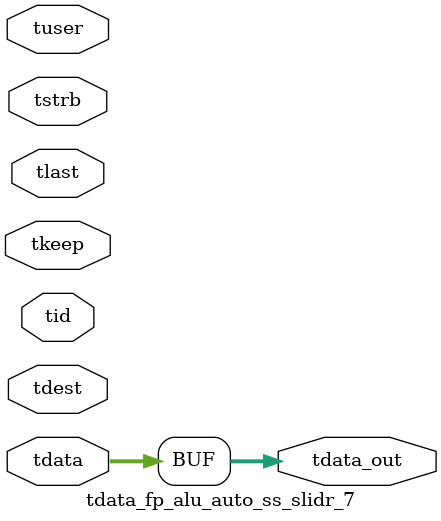
<source format=v>


`timescale 1ps/1ps

module tdata_fp_alu_auto_ss_slidr_7 #
(
parameter C_S_AXIS_TDATA_WIDTH = 32,
parameter C_S_AXIS_TUSER_WIDTH = 0,
parameter C_S_AXIS_TID_WIDTH   = 0,
parameter C_S_AXIS_TDEST_WIDTH = 0,
parameter C_M_AXIS_TDATA_WIDTH = 32
)
(
input  [(C_S_AXIS_TDATA_WIDTH == 0 ? 1 : C_S_AXIS_TDATA_WIDTH)-1:0     ] tdata,
input  [(C_S_AXIS_TUSER_WIDTH == 0 ? 1 : C_S_AXIS_TUSER_WIDTH)-1:0     ] tuser,
input  [(C_S_AXIS_TID_WIDTH   == 0 ? 1 : C_S_AXIS_TID_WIDTH)-1:0       ] tid,
input  [(C_S_AXIS_TDEST_WIDTH == 0 ? 1 : C_S_AXIS_TDEST_WIDTH)-1:0     ] tdest,
input  [(C_S_AXIS_TDATA_WIDTH/8)-1:0 ] tkeep,
input  [(C_S_AXIS_TDATA_WIDTH/8)-1:0 ] tstrb,
input                                                                    tlast,
output [C_M_AXIS_TDATA_WIDTH-1:0] tdata_out
);

assign tdata_out = {tdata[31:0]};

endmodule


</source>
